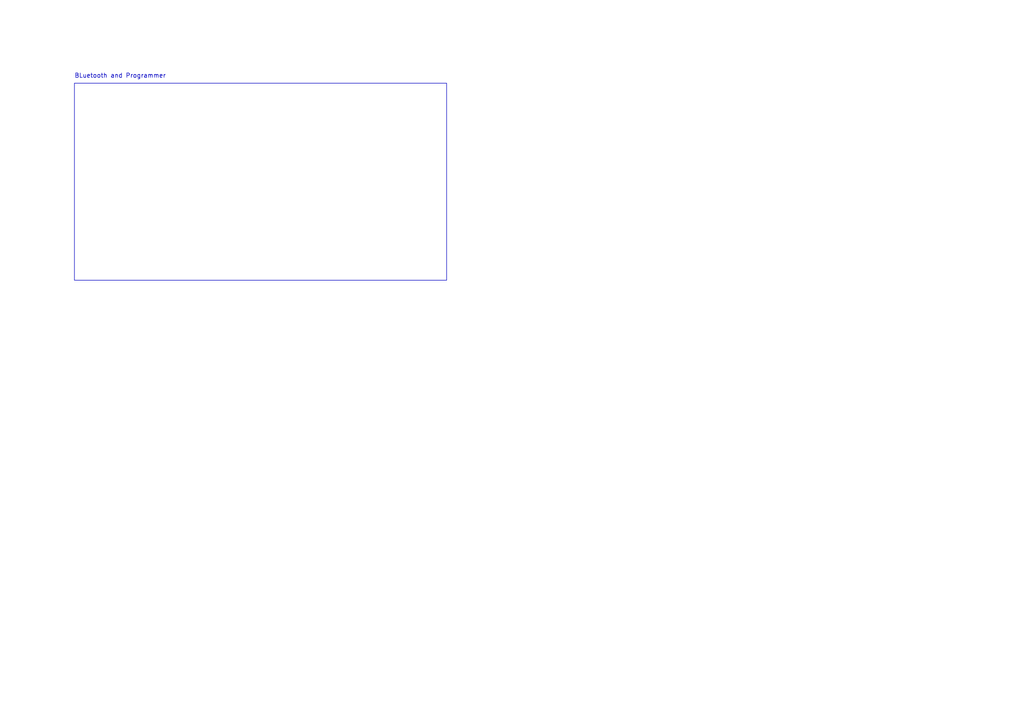
<source format=kicad_sch>
(kicad_sch (version 20230121) (generator eeschema)
  (paper "A4")
  (lib_symbols)
  (rectangle (start 21.59 24.13) (end 129.54 81.28))
  (text "BLuetooth and Programmer\n" (at 21.59 22.86 0) (effects (font (size 1.27 1.27)) (justify left bottom)))
)
</source>
